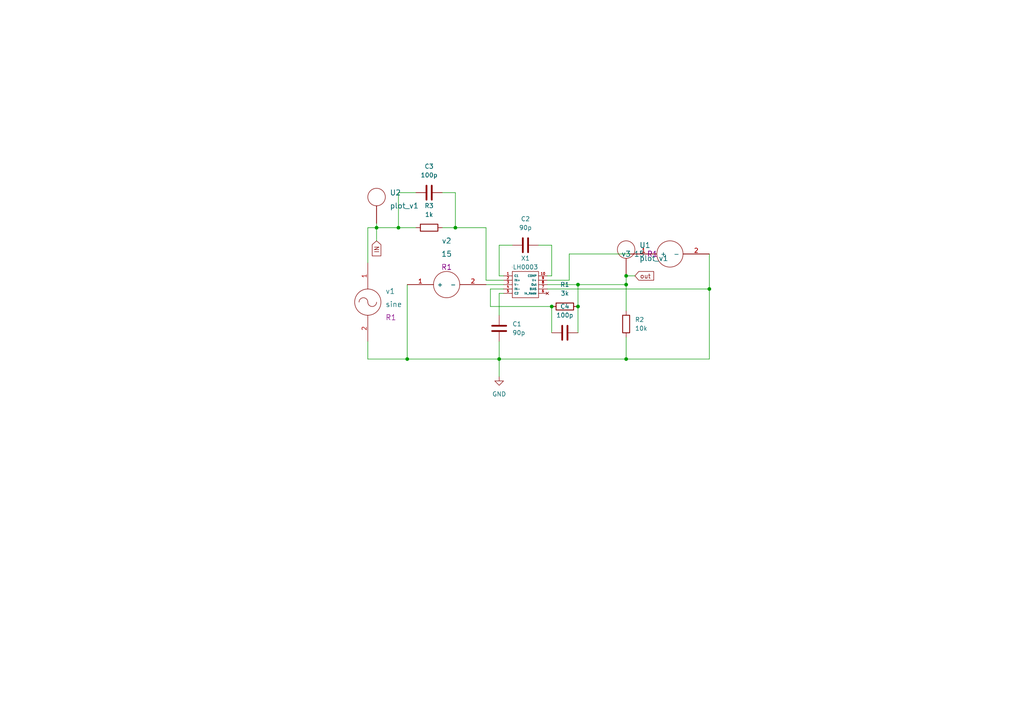
<source format=kicad_sch>
(kicad_sch (version 20211123) (generator eeschema)
  (paper "A4")
  (lib_symbols
    (symbol "DC_1" (pin_names (offset 1.016))
      (property "Reference" "v3" (at 0 12.7 90))
      (property "Value" "DC_1" (at 0 8.89 90))
      (property "Footprint" "R1" (at 0 5.08 90))
      (symbol "DC_1_0_1"
        (circle (center 0 0) (radius 3.81))
      )
      (symbol "DC_1_1_1"
        (pin power_out line (at 0 11.43 270) (length 7.62) (name "+") (number "1"))
        (pin power_in line (at 0 -11.43 90) (length 7.62) (name "-") (number "2"))
      )
    )
    (symbol "eSim_Devices:capacitor" (pin_numbers hide) (pin_names (offset 0.254))
      (property "Reference" "C" (at 0.635 2.54 0))
      (property "Value" "capacitor" (at 0.635 -2.54 0))
      (symbol "capacitor_0_1"
        (polyline (pts (xy -2.032 -0.762) (xy 2.032 -0.762)) (stroke (width 0.508)))
        (polyline (pts (xy -2.032 0.762) (xy 2.032 0.762)) (stroke (width 0.508)))
      )
      (symbol "capacitor_1_1"
        (pin passive line (at 0 3.81 270) (length 2.794) (name "~") (number "1"))
        (pin passive line (at 0 -3.81 90) (length 2.794) (name "~") (number "2"))
      )
    )
    (symbol "eSim_Devices:resistor" (pin_numbers hide) (pin_names (offset 0))
      (property "Reference" "R" (at 1.27 3.302 0))
      (property "Value" "resistor" (at 1.27 -1.27 0))
      (symbol "resistor_0_1"
        (rectangle (start 3.81 0.254) (end -1.27 2.286) (stroke (width 0.254)))
      )
      (symbol "resistor_1_1"
        (pin passive line (at -2.54 1.27 0) (length 1.27) (name "~") (number "1"))
        (pin passive line (at 5.08 1.27 180) (length 1.27) (name "~") (number "2"))
      )
    )
    (symbol "eSim_Plot:plot_v1" (pin_names (offset 1.016))
      (property "Reference" "U" (at 0 12.7 0))
      (property "Value" "plot_v1" (at 5.08 8.89 0))
      (symbol "plot_v1_0_1"
        (circle (center 0 12.7) (radius 2.54))
      )
      (symbol "plot_v1_1_1"
        (pin input line (at 0 5.08 90) (length 5.08) (name "~") (number "~"))
      )
    )
    (symbol "eSim_Power:eSim_GND" (power) (pin_names (offset 0))
      (property "Value" "eSim_GND" (at 0 -3.81 0))
      (symbol "eSim_GND_0_1"
        (polyline (pts (xy 0 0) (xy 0 -1.27) (xy 1.27 -1.27) (xy 0 -2.54) (xy -1.27 -1.27) (xy 0 -1.27)))
      )
      (symbol "eSim_GND_1_1"
        (pin power_in line (at 0 0 270) (length 0) hide (name "GND") (number "1"))
      )
    )
    (symbol "eSim_Sources:DC" (pin_names (offset 1.016))
      (property "Reference" "v" (at -5.08 2.54 0))
      (property "Value" "DC" (at -5.08 -1.27 0))
      (property "Footprint" "R1" (at -7.62 0 0))
      (symbol "DC_0_1"
        (circle (center 0 0) (radius 3.81))
      )
      (symbol "DC_1_1"
        (pin power_out line (at 0 11.43 270) (length 7.62) (name "+") (number "1"))
        (pin power_out line (at 0 -11.43 90) (length 7.62) (name "-") (number "2"))
      )
    )
    (symbol "eSim_Sources:sine" (pin_names (offset 1.016))
      (property "Reference" "v" (at -5.08 2.54 0))
      (property "Value" "sine" (at -5.08 -1.27 0))
      (property "Footprint" "R1" (at -7.62 0 0))
      (symbol "sine_0_1"
        (arc (start 0 0) (mid -1.27 1.27) (end -2.54 0))
        (arc (start 0 0) (mid 1.27 -1.27) (end 2.54 0))
        (circle (center 0 0) (radius 3.81))
      )
      (symbol "sine_1_1"
        (pin input line (at 0 11.43 270) (length 7.62) (name "+") (number "1"))
        (pin input line (at 0 -11.43 90) (length 7.62) (name "-") (number "2"))
      )
    )
    (symbol "eSim_Subckt:LH0003"
      (property "Reference" "X1" (at 0 7.62 0))
      (property "Value" "LH0003" (at 0 5.08 0))
      (symbol "LH0003_0_1"
        (rectangle (start -3.81 3.81) (end 3.81 -3.81))
        (rectangle (start -3.81 5.08) (end -3.81 5.08))
      )
      (symbol "LH0003_1_1"
        (pin passive line (at -6.35 2.54 0) (length 2.54) (name "C1") (number "1"))
        (pin passive line (at 6.35 2.54 180) (length 2.54) (name "COMP") (number "10"))
        (pin input line (at -6.35 1.27 0) (length 2.54) (name "IN+") (number "2"))
        (pin power_in line (at -6.35 0 0) (length 2.54) (name "V-") (number "3"))
        (pin input line (at -6.35 -1.27 0) (length 2.54) (name "IN-") (number "4"))
        (pin passive line (at -6.35 -2.54 0) (length 2.54) (name "C2") (number "5"))
        (pin no_connect line (at 6.35 -2.54 180) (length 2.54) (name "In_Node") (number "6"))
        (pin power_in line (at 6.35 -1.27 180) (length 2.54) (name "BIAS") (number "7"))
        (pin output line (at 6.35 0 180) (length 2.54) (name "Out") (number "8"))
        (pin power_in line (at 6.35 1.27 180) (length 2.54) (name "V+") (number "9"))
      )
    )
  )
  (junction (at 167.64 88.9))
  (junction (at 118.11 104.14))
  (junction (at 115.57 66.04))
  (junction (at 181.61 82.55))
  (junction (at 205.74 83.82))
  (junction (at 160.02 88.9))
  (junction (at 181.61 104.14))
  (junction (at 181.61 80.01))
  (junction (at 109.22 66.04))
  (junction (at 144.78 104.14))
  (junction (at 167.64 82.55))
  (junction (at 132.08 66.04))
  (wire (pts (xy 158.75 83.82) (xy 205.74 83.82)))
  (wire (pts (xy 106.68 104.14) (xy 118.11 104.14)))
  (wire (pts (xy 109.22 66.04) (xy 115.57 66.04)))
  (wire (pts (xy 115.57 55.88) (xy 115.57 66.04)))
  (wire (pts (xy 205.74 83.82) (xy 205.74 104.14)))
  (wire (pts (xy 106.68 76.2) (xy 106.68 66.04)))
  (wire (pts (xy 106.68 66.04) (xy 109.22 66.04)))
  (wire (pts (xy 144.78 71.12) (xy 144.78 80.01)))
  (wire (pts (xy 181.61 80.01) (xy 184.15 80.01)))
  (wire (pts (xy 132.08 66.04) (xy 140.97 66.04)))
  (wire (pts (xy 181.61 104.14) (xy 205.74 104.14)))
  (wire (pts (xy 115.57 66.04) (xy 120.65 66.04)))
  (wire (pts (xy 165.1 73.66) (xy 165.1 81.28)))
  (wire (pts (xy 160.02 71.12) (xy 160.02 80.01)))
  (wire (pts (xy 165.1 81.28) (xy 158.75 81.28)))
  (wire (pts (xy 118.11 104.14) (xy 144.78 104.14)))
  (wire (pts (xy 128.27 66.04) (xy 132.08 66.04)))
  (wire (pts (xy 128.27 55.88) (xy 132.08 55.88)))
  (wire (pts (xy 181.61 82.55) (xy 181.61 90.17)))
  (wire (pts (xy 160.02 88.9) (xy 160.02 96.52)))
  (wire (pts (xy 144.78 85.09) (xy 146.05 85.09)))
  (wire (pts (xy 120.65 55.88) (xy 115.57 55.88)))
  (wire (pts (xy 181.61 82.55) (xy 181.61 80.01)))
  (wire (pts (xy 167.64 88.9) (xy 167.64 96.52)))
  (wire (pts (xy 167.64 82.55) (xy 167.64 88.9)))
  (wire (pts (xy 106.68 99.06) (xy 106.68 104.14)))
  (wire (pts (xy 148.59 71.12) (xy 144.78 71.12)))
  (wire (pts (xy 165.1 73.66) (xy 182.88 73.66)))
  (wire (pts (xy 144.78 99.06) (xy 144.78 104.14)))
  (wire (pts (xy 142.24 88.9) (xy 160.02 88.9)))
  (wire (pts (xy 142.24 83.82) (xy 146.05 83.82)))
  (wire (pts (xy 140.97 82.55) (xy 146.05 82.55)))
  (wire (pts (xy 160.02 80.01) (xy 158.75 80.01)))
  (wire (pts (xy 158.75 82.55) (xy 167.64 82.55)))
  (wire (pts (xy 132.08 55.88) (xy 132.08 66.04)))
  (wire (pts (xy 140.97 66.04) (xy 140.97 81.28)))
  (wire (pts (xy 144.78 80.01) (xy 146.05 80.01)))
  (wire (pts (xy 140.97 81.28) (xy 146.05 81.28)))
  (wire (pts (xy 144.78 104.14) (xy 144.78 109.22)))
  (wire (pts (xy 142.24 83.82) (xy 142.24 88.9)))
  (wire (pts (xy 118.11 104.14) (xy 118.11 82.55)))
  (wire (pts (xy 181.61 97.79) (xy 181.61 104.14)))
  (wire (pts (xy 156.21 71.12) (xy 160.02 71.12)))
  (wire (pts (xy 109.22 66.04) (xy 109.22 69.85)))
  (wire (pts (xy 144.78 91.44) (xy 144.78 85.09)))
  (wire (pts (xy 167.64 82.55) (xy 181.61 82.55)))
  (wire (pts (xy 144.78 104.14) (xy 181.61 104.14)))
  (wire (pts (xy 205.74 73.66) (xy 205.74 83.82)))
  (wire (pts (xy 109.22 64.77) (xy 109.22 66.04)))
  (global_label "IN" (shape input) (at 109.22 69.85 270) (property "Intersheet References" "${INTERSHEET_REFS}" (effects hide)))
  (global_label "out" (shape input) (at 184.15 80.01 0) (property "Intersheet References" "${INTERSHEET_REFS}" (effects hide)))
  (symbol (lib_id "eSim_Devices:resistor") (at 182.88 95.25 90) (unit 1)
    (property "Reference" "R2" (at 184.15 92.7099 90) (effects (justify right)))
    (property "Value" "10k" (at 184.15 95.2499 90) (effects (justify right)))
  )
  (symbol (lib_id "eSim_Sources:sine") (at 106.68 87.63 0) (unit 1)
    (property "Reference" "v1" (at 111.76 84.455 0) (effects (font (size 1.524 1.524)) (justify left)))
    (property "Value" "sine" (at 111.76 88.265 0) (effects (font (size 1.524 1.524)) (justify left)))
    (property "Footprint" "R1" (at 111.76 92.075 0) (effects (font (size 1.524 1.524)) (justify left)))
  )
  (symbol (lib_id "eSim_Subckt:LH0003") (at 152.4 82.55 0) (unit 1)
    (property "Reference" "X1" (at 152.4 74.93 0))
    (property "Value" "LH0003" (at 152.4 77.47 0))
  )
  (symbol (lib_id "eSim_Devices:resistor") (at 123.19 67.31 0) (unit 1)
    (property "Reference" "R3" (at 124.46 59.69 0))
    (property "Value" "1k" (at 124.46 62.23 0))
  )
  (symbol (lib_id "eSim_Devices:capacitor") (at 163.83 96.52 90) (unit 1)
    (property "Reference" "C4" (at 163.83 88.9 90))
    (property "Value" "100p" (at 163.83 91.44 90))
  )
  (symbol (lib_id "eSim_Sources:DC") (at 129.54 82.55 90) (unit 1)
    (property "Reference" "v2" (at 129.54 69.85 90) (effects (font (size 1.524 1.524))))
    (property "Value" "15" (at 129.54 73.66 90) (effects (font (size 1.524 1.524))))
    (property "Footprint" "R1" (at 129.54 77.47 90) (effects (font (size 1.524 1.524))))
  )
  (symbol (lib_id "eSim_Devices:resistor") (at 162.56 90.17 0) (unit 1)
    (property "Reference" "R1" (at 163.83 82.55 0))
    (property "Value" "3k" (at 163.83 85.09 0))
  )
  (symbol (lib_id "eSim_Devices:capacitor") (at 124.46 55.88 90) (unit 1)
    (property "Reference" "C3" (at 124.46 48.26 90))
    (property "Value" "100p" (at 124.46 50.8 90))
  )
  (symbol (lib_id "eSim_Devices:capacitor") (at 152.4 71.12 90) (unit 1)
    (property "Reference" "C2" (at 152.4 63.5 90))
    (property "Value" "90p" (at 152.4 66.04 90))
  )
  (symbol (lib_id "eSim_Power:eSim_GND") (at 144.78 109.22 0) (unit 1)
    (property "Reference" "#PWR01" (effects hide))
    (property "Value" "eSim_GND" (at 144.78 114.3 0))
  )
  (symbol (lib_name "DC_1") (lib_id "eSim_Sources:DC") (at 194.31 73.66 90) (unit 1)
    (property "Reference" "v3" (at 181.61 73.66 90) (effects (font (size 1.524 1.524))))
    (property "Value" "15" (at 185.42 73.66 90) (effects (font (size 1.524 1.524))))
    (property "Footprint" "R1" (at 189.23 73.66 90) (effects (font (size 1.524 1.524))))
  )
  (symbol (lib_id "eSim_Plot:plot_v1") (at 109.22 69.85 0) (unit 1)
    (property "Reference" "U2" (at 113.03 55.88 0) (effects (font (size 1.524 1.524)) (justify left)))
    (property "Value" "plot_v1" (at 113.03 59.69 0) (effects (font (size 1.524 1.524)) (justify left)))
  )
  (symbol (lib_id "eSim_Plot:plot_v1") (at 181.61 85.09 0) (unit 1)
    (property "Reference" "U1" (at 185.42 71.12 0) (effects (font (size 1.524 1.524)) (justify left)))
    (property "Value" "plot_v1" (at 185.42 74.93 0) (effects (font (size 1.524 1.524)) (justify left)))
  )
  (symbol (lib_id "eSim_Devices:capacitor") (at 144.78 95.25 0) (unit 1)
    (property "Reference" "C1" (at 148.59 93.9799 0) (effects (justify left)))
    (property "Value" "90p" (at 148.59 96.5199 0) (effects (justify left)))
  )
)
</source>
